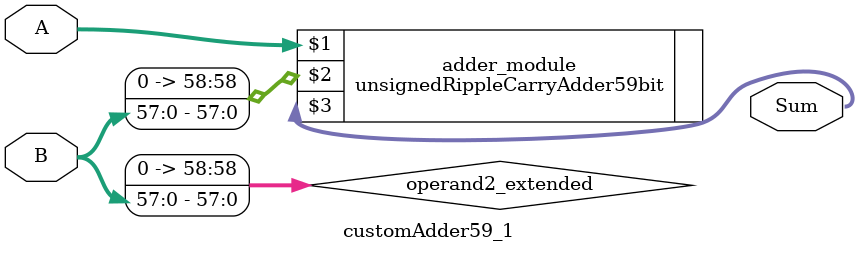
<source format=v>
module customAdder59_1(
                        input [58 : 0] A,
                        input [57 : 0] B,
                        
                        output [59 : 0] Sum
                );

        wire [58 : 0] operand2_extended;
        
        assign operand2_extended =  {1'b0, B};
        
        unsignedRippleCarryAdder59bit adder_module(
            A,
            operand2_extended,
            Sum
        );
        
        endmodule
        
</source>
